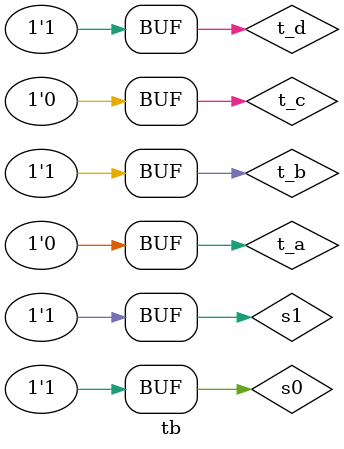
<source format=v>
module tb;
reg t_a,t_b,t_c,t_d,s0,s1;
wire o;



mux41 m(.a(t_a),.b(t_b),.c(t_c),.d(t_d),.s0(s0),.s1(s1),.o(o));

initial begin
$dumpfile("dump_41mux.vcd");
$dumpvars(0,tb);
end
initial begin
$monitor(t_a," " ,t_b," ",t_c," ",t_d,"   ",s1," ",s0,"   ",o);
t_a=2'b00;
t_b=2'b01;
t_c=2'b10;
t_d=2'b11;
s0=1'b0;
s1=1'b0;
#10
s0=1'b1;
s1=1'b0;
#10
s0=1'b0;
s1=1'b1;
#10
s0=1'b1;
s1=1'b1;

end
endmodule



</source>
